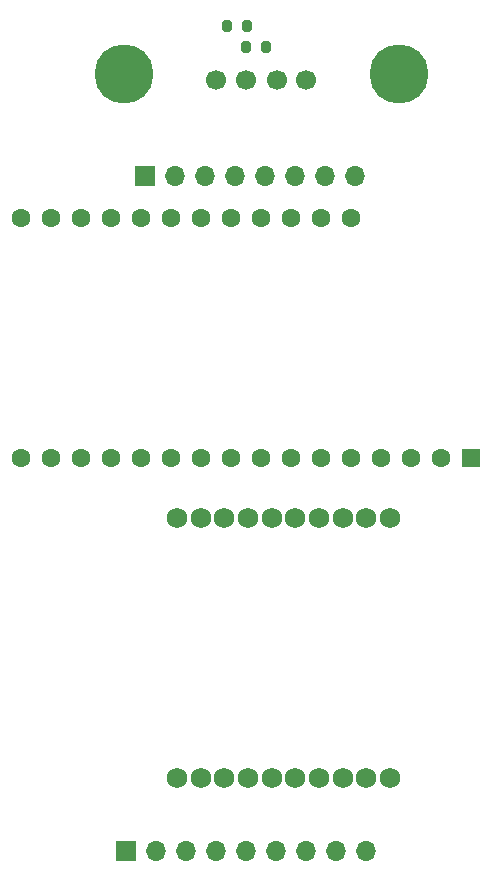
<source format=gbr>
%TF.GenerationSoftware,KiCad,Pcbnew,7.0.7*%
%TF.CreationDate,2023-08-30T02:18:38-04:00*%
%TF.ProjectId,Lora_Keypad2,4c6f7261-5f4b-4657-9970-6164322e6b69,v1*%
%TF.SameCoordinates,Original*%
%TF.FileFunction,Soldermask,Top*%
%TF.FilePolarity,Negative*%
%FSLAX46Y46*%
G04 Gerber Fmt 4.6, Leading zero omitted, Abs format (unit mm)*
G04 Created by KiCad (PCBNEW 7.0.7) date 2023-08-30 02:18:38*
%MOMM*%
%LPD*%
G01*
G04 APERTURE LIST*
G04 Aperture macros list*
%AMRoundRect*
0 Rectangle with rounded corners*
0 $1 Rounding radius*
0 $2 $3 $4 $5 $6 $7 $8 $9 X,Y pos of 4 corners*
0 Add a 4 corners polygon primitive as box body*
4,1,4,$2,$3,$4,$5,$6,$7,$8,$9,$2,$3,0*
0 Add four circle primitives for the rounded corners*
1,1,$1+$1,$2,$3*
1,1,$1+$1,$4,$5*
1,1,$1+$1,$6,$7*
1,1,$1+$1,$8,$9*
0 Add four rect primitives between the rounded corners*
20,1,$1+$1,$2,$3,$4,$5,0*
20,1,$1+$1,$4,$5,$6,$7,0*
20,1,$1+$1,$6,$7,$8,$9,0*
20,1,$1+$1,$8,$9,$2,$3,0*%
G04 Aperture macros list end*
%ADD10C,1.727200*%
%ADD11R,1.700000X1.700000*%
%ADD12O,1.700000X1.700000*%
%ADD13RoundRect,0.200000X0.200000X0.275000X-0.200000X0.275000X-0.200000X-0.275000X0.200000X-0.275000X0*%
%ADD14C,5.000000*%
%ADD15C,1.700000*%
%ADD16R,1.600000X1.600000*%
%ADD17C,1.600000*%
G04 APERTURE END LIST*
D10*
%TO.C,A2*%
X211551520Y-100330000D03*
X209550000Y-100330000D03*
X207551020Y-100330000D03*
X205549500Y-100330000D03*
X203550520Y-100330000D03*
X201551540Y-100330000D03*
X199550020Y-100330000D03*
X197551040Y-100330000D03*
X195549520Y-100330000D03*
X193550540Y-100330000D03*
X193550540Y-122326400D03*
X195549520Y-122326400D03*
X197551040Y-122326400D03*
X199550020Y-122326400D03*
X201551540Y-122326400D03*
X203550520Y-122326400D03*
X205549500Y-122326400D03*
X207551020Y-122326400D03*
X209550000Y-122326400D03*
X211551520Y-122326400D03*
%TD*%
D11*
%TO.C,U1*%
X190820000Y-71355000D03*
D12*
X193360000Y-71355000D03*
X195900000Y-71355000D03*
X198440000Y-71355000D03*
X200980000Y-71355000D03*
X203520000Y-71355000D03*
X206060000Y-71355000D03*
X208600000Y-71355000D03*
D11*
X189232500Y-128505000D03*
D12*
X191772500Y-128505000D03*
X194312500Y-128505000D03*
X196852500Y-128505000D03*
X199392500Y-128505000D03*
X201932500Y-128505000D03*
X204472500Y-128505000D03*
X207012500Y-128505000D03*
X209552500Y-128505000D03*
%TD*%
D13*
%TO.C,R2*%
X197803000Y-58674000D03*
X199453000Y-58674000D03*
%TD*%
%TO.C,R1*%
X201040000Y-60452000D03*
X199390000Y-60452000D03*
%TD*%
D14*
%TO.C,J1*%
X212310000Y-62700000D03*
X189010000Y-62700000D03*
D15*
X196860000Y-63200000D03*
X199360000Y-63200000D03*
X201960000Y-63200000D03*
X204460000Y-63200000D03*
%TD*%
D16*
%TO.C,A1*%
X218440000Y-95250000D03*
D17*
X215900000Y-95250000D03*
X213360000Y-95250000D03*
X210820000Y-95250000D03*
X208280000Y-95250000D03*
X205740000Y-95250000D03*
X203200000Y-95250000D03*
X200660000Y-95250000D03*
X198120000Y-95250000D03*
X195580000Y-95250000D03*
X193040000Y-95250000D03*
X190500000Y-95250000D03*
X187960000Y-95250000D03*
X185420000Y-95250000D03*
X182880000Y-95250000D03*
X180340000Y-95250000D03*
X180340000Y-74930000D03*
X182880000Y-74930000D03*
X185420000Y-74930000D03*
X187960000Y-74930000D03*
X190500000Y-74930000D03*
X193040000Y-74930000D03*
X195580000Y-74930000D03*
X198120000Y-74930000D03*
X200660000Y-74930000D03*
X203200000Y-74930000D03*
X205740000Y-74930000D03*
X208280000Y-74930000D03*
%TD*%
M02*

</source>
